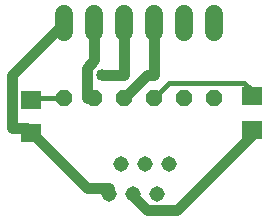
<source format=gbl>
G75*
G70*
%OFA0B0*%
%FSLAX24Y24*%
%IPPOS*%
%LPD*%
%AMOC8*
5,1,8,0,0,1.08239X$1,22.5*
%
%ADD10OC8,0.0520*%
%ADD11R,0.0710X0.0630*%
%ADD12C,0.0594*%
%ADD13C,0.0515*%
%ADD14C,0.0360*%
%ADD15C,0.0180*%
%ADD16C,0.0400*%
D10*
X002688Y006621D03*
X003688Y006621D03*
X004688Y006621D03*
X005688Y006621D03*
X006688Y006621D03*
X007688Y006621D03*
D11*
X008938Y006681D03*
X008938Y005561D03*
X001563Y005436D03*
X001563Y006556D03*
D12*
X002688Y008824D02*
X002688Y009418D01*
X003688Y009418D02*
X003688Y008824D01*
X004688Y008824D02*
X004688Y009418D01*
X005688Y009418D02*
X005688Y008824D01*
X006688Y008824D02*
X006688Y009418D01*
X007688Y009418D02*
X007688Y008824D01*
D13*
X006188Y004401D03*
X005384Y004401D03*
X004581Y004401D03*
X004188Y003401D03*
X004991Y003401D03*
X005794Y003401D03*
D14*
X004188Y003621D02*
X003438Y003621D01*
X001688Y005371D01*
X001563Y005436D01*
X001438Y005621D01*
X000938Y005621D01*
X000938Y007371D01*
X002688Y009121D01*
X003688Y009121D02*
X003688Y007871D01*
X003438Y007621D01*
X003438Y006621D01*
X003688Y006621D01*
X003938Y007371D02*
X004688Y007371D01*
X004688Y009121D01*
X005688Y009121D02*
X005688Y007371D01*
X005438Y007371D01*
X004688Y006621D01*
X004188Y003621D02*
X004188Y003401D01*
X004938Y003371D02*
X004991Y003401D01*
X004938Y003371D02*
X005438Y002871D01*
X006438Y002871D01*
X008938Y005371D01*
X008938Y005561D01*
D15*
X008938Y006681D02*
X008938Y006871D01*
X008688Y007121D01*
X006188Y007121D01*
X005688Y006621D01*
X002688Y006621D02*
X001688Y006621D01*
X001563Y006556D01*
D16*
X003938Y007371D03*
M02*

</source>
